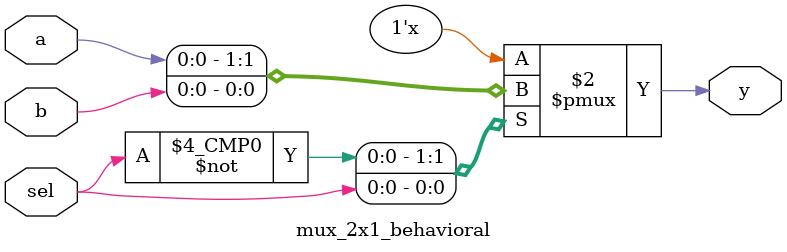
<source format=v>
`timescale 1ns / 1ps

module mux_2x1_behavioral(
                    input a,b,sel,
                    output reg y
                    );
                    
 always @* begin          
    case(sel)
    1'b0 : y = a;
    1'b1 : y = b;
    endcase
end 
endmodule

</source>
